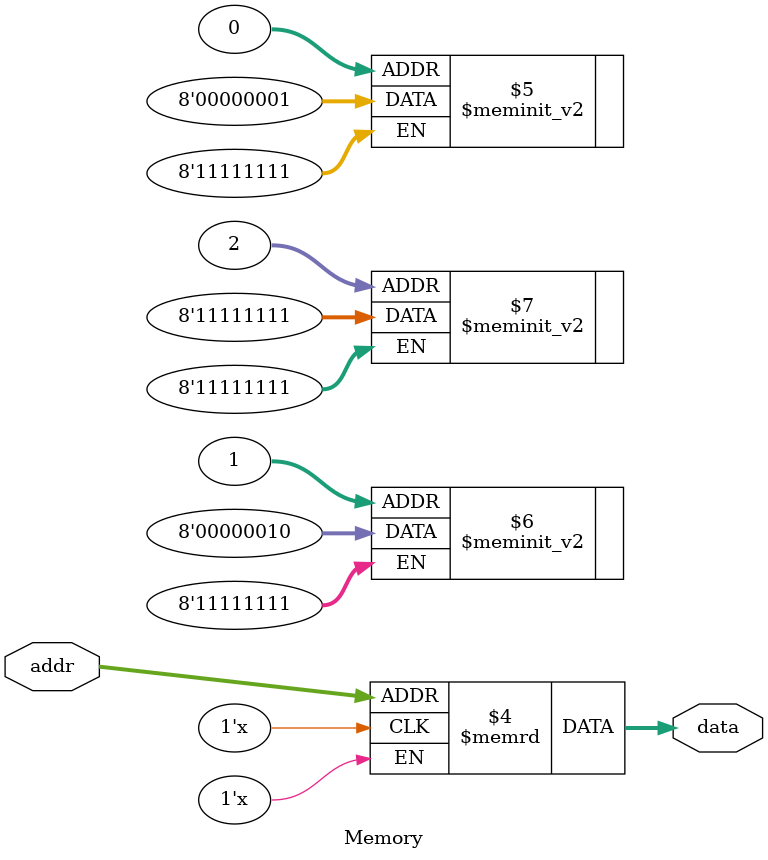
<source format=v>
module Memory (
    input [7:0] addr,
    output [7:0] data
);
    reg [7:0] mem [0:255];

    initial begin
        // Load program
        mem[0] = 8'h01;  // LOAD 3
        mem[1] = 8'h02;  // ADD 9
        mem[2] = 8'hFF;  // HALT
    end

    assign data = mem[addr];
endmodule

</source>
